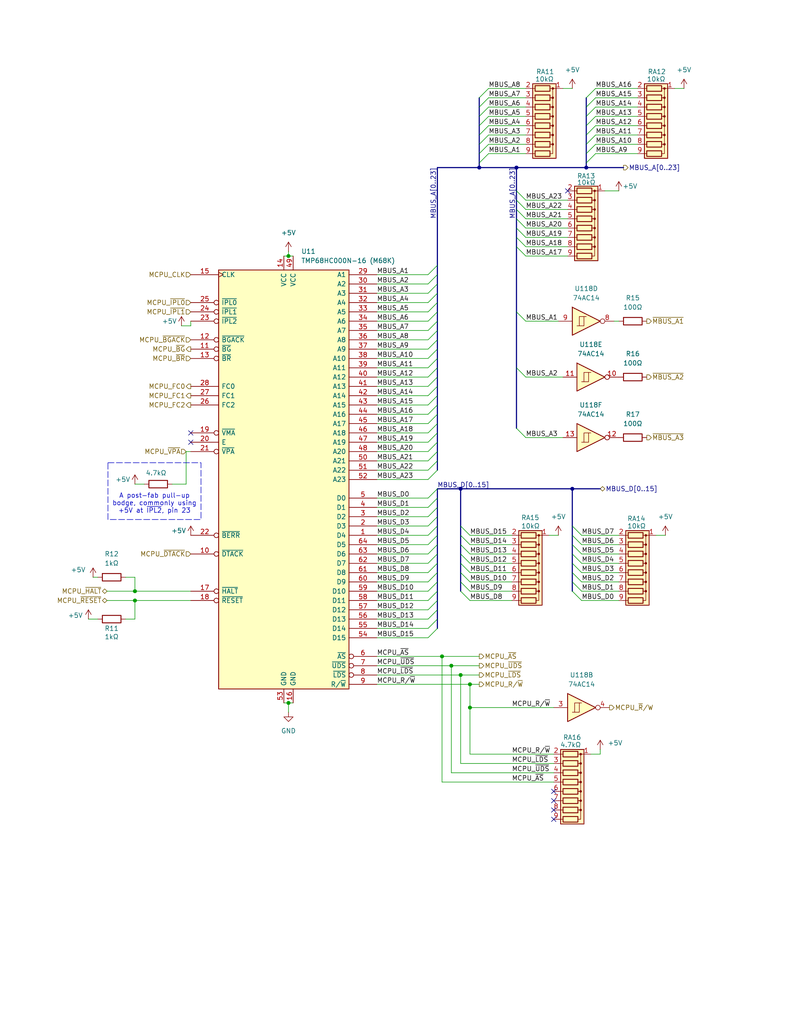
<source format=kicad_sch>
(kicad_sch (version 20231120) (generator "eeschema") (generator_version "8.0")
  (paper "A" portrait)
  (title_block (title "RA9704, Main CPU") (date "2024-12-29") (rev "002") (company "Coin-Op Collection") (comment 1 "Author: Brandon Arnold") (comment 2 "License: CC BY-NC-SA 4.0"))
  (lib_symbols
    (symbol "power:+5V" (power) (pin_numbers hide) (pin_names (offset 0) hide)
      (property "Value" "+5V" (at 0 3.556 0))
      (symbol "+5V_0_1"
        (polyline (pts (xy -0.762 1.27) (xy 0 2.54)))
        (polyline (pts (xy 0 0) (xy 0 2.54)))
        (polyline (pts (xy 0 2.54) (xy 0.762 1.27)))
      )
      (symbol "+5V_1_1"
        (pin power_in line (at 0 0 90) (length 0) (name "~") (number "1"))
      )
    )
    (symbol "power:GND" (power) (pin_numbers hide) (pin_names (offset 0) hide)
      (property "Value" "GND" (at 0 -3.81 0))
      (symbol "GND_0_1"
        (polyline (pts (xy 0 0) (xy 0 -1.27) (xy 1.27 -1.27) (xy 0 -2.54) (xy -1.27 -1.27) (xy 0 -1.27)))
      )
      (symbol "GND_1_1"
        (pin power_in line (at 0 0 270) (length 0) (name "~") (number "1"))
      )
    )
    (symbol "ra9704:74AC14" (pin_names (offset 1.016))
      (property "Reference" "U" (at 0 1.27 0))
      (property "Value" "74AC14" (at 0 -1.27 0))
      (symbol "74AC14_1_0"
        (polyline (pts (xy -3.81 3.81) (xy -3.81 -3.81) (xy 3.81 0) (xy -3.81 3.81)) (stroke (width 0.254)) (fill (type background)))
        (pin input line (at -7.62 0 0) (length 3.81) (name "~") (number "1"))
        (pin output inverted (at 7.62 0 180) (length 3.81) (name "~") (number "2"))
      )
      (symbol "74AC14_1_1"
        (polyline (pts (xy -1.905 -1.27) (xy -1.905 1.27) (xy -0.635 1.27)))
        (polyline (pts (xy -2.54 -1.27) (xy -0.635 -1.27) (xy -0.635 1.27) (xy 0 1.27)))
      )
      (symbol "74AC14_2_0"
        (polyline (pts (xy -3.81 3.81) (xy -3.81 -3.81) (xy 3.81 0) (xy -3.81 3.81)) (stroke (width 0.254)) (fill (type background)))
        (pin input line (at -7.62 0 0) (length 3.81) (name "~") (number "3"))
        (pin output inverted (at 7.62 0 180) (length 3.81) (name "~") (number "4"))
      )
      (symbol "74AC14_2_1"
        (polyline (pts (xy -1.905 -1.27) (xy -1.905 1.27) (xy -0.635 1.27)))
        (polyline (pts (xy -2.54 -1.27) (xy -0.635 -1.27) (xy -0.635 1.27) (xy 0 1.27)))
      )
      (symbol "74AC14_3_0"
        (polyline (pts (xy -3.81 3.81) (xy -3.81 -3.81) (xy 3.81 0) (xy -3.81 3.81)) (stroke (width 0.254)) (fill (type background)))
        (pin input line (at -7.62 0 0) (length 3.81) (name "~") (number "5"))
        (pin output inverted (at 7.62 0 180) (length 3.81) (name "~") (number "6"))
      )
      (symbol "74AC14_3_1"
        (polyline (pts (xy -1.905 -1.27) (xy -1.905 1.27) (xy -0.635 1.27)))
        (polyline (pts (xy -2.54 -1.27) (xy -0.635 -1.27) (xy -0.635 1.27) (xy 0 1.27)))
      )
      (symbol "74AC14_4_0"
        (polyline (pts (xy -3.81 3.81) (xy -3.81 -3.81) (xy 3.81 0) (xy -3.81 3.81)) (stroke (width 0.254)) (fill (type background)))
        (pin output inverted (at 7.62 0 180) (length 3.81) (name "~") (number "8"))
        (pin input line (at -7.62 0 0) (length 3.81) (name "~") (number "9"))
      )
      (symbol "74AC14_4_1"
        (polyline (pts (xy -1.905 -1.27) (xy -1.905 1.27) (xy -0.635 1.27)))
        (polyline (pts (xy -2.54 -1.27) (xy -0.635 -1.27) (xy -0.635 1.27) (xy 0 1.27)))
      )
      (symbol "74AC14_5_0"
        (polyline (pts (xy -3.81 3.81) (xy -3.81 -3.81) (xy 3.81 0) (xy -3.81 3.81)) (stroke (width 0.254)) (fill (type background)))
        (pin output inverted (at 7.62 0 180) (length 3.81) (name "~") (number "10"))
        (pin input line (at -7.62 0 0) (length 3.81) (name "~") (number "11"))
      )
      (symbol "74AC14_5_1"
        (polyline (pts (xy -1.905 -1.27) (xy -1.905 1.27) (xy -0.635 1.27)))
        (polyline (pts (xy -2.54 -1.27) (xy -0.635 -1.27) (xy -0.635 1.27) (xy 0 1.27)))
      )
      (symbol "74AC14_6_0"
        (polyline (pts (xy -3.81 3.81) (xy -3.81 -3.81) (xy 3.81 0) (xy -3.81 3.81)) (stroke (width 0.254)) (fill (type background)))
        (pin output inverted (at 7.62 0 180) (length 3.81) (name "~") (number "12"))
        (pin input line (at -7.62 0 0) (length 3.81) (name "~") (number "13"))
      )
      (symbol "74AC14_6_1"
        (polyline (pts (xy -1.905 -1.27) (xy -1.905 1.27) (xy -0.635 1.27)))
        (polyline (pts (xy -2.54 -1.27) (xy -0.635 -1.27) (xy -0.635 1.27) (xy 0 1.27)))
      )
      (symbol "74AC14_7_0"
        (pin power_in line (at 0 12.7 270) (length 5.08) (name "VCC") (number "14"))
        (pin power_in line (at 0 -12.7 90) (length 5.08) (name "GND") (number "7"))
      )
      (symbol "74AC14_7_1"
        (rectangle (start -5.08 7.62) (end 5.08 -7.62) (stroke (width 0.254)) (fill (type background)))
      )
    )
    (symbol "ra9704:R" (pin_numbers hide) (pin_names (offset 0))
      (property "Reference" "R" (at 2.032 0 90))
      (property "Value" "R" (at 0 0 90))
      (symbol "R_0_1"
        (rectangle (start -1.016 -2.54) (end 1.016 2.54) (stroke (width 0.254)))
      )
      (symbol "R_1_1"
        (pin passive line (at 0 3.81 270) (length 1.27) (name "~") (number "1"))
        (pin passive line (at 0 -3.81 90) (length 1.27) (name "~") (number "2"))
      )
    )
    (symbol "ra9704:R_Network08_1-Row" (pin_names (offset 0) hide)
      (property "Reference" "RB" (at -12.7 0 90))
      (property "Value" "10k" (at 10.16 0 90))
      (symbol "R_Network08_1-Row_0_1"
        (rectangle (start -11.43 -3.175) (end 8.89 3.175) (stroke (width 0.254)) (fill (type background)))
        (rectangle (start -10.922 1.524) (end -9.398 -2.54) (stroke (width 0.254)))
        (circle (center -10.16 2.286) (radius 0.254) (fill (type outline)))
        (rectangle (start -8.382 1.524) (end -6.858 -2.54) (stroke (width 0.254)))
        (circle (center -7.62 2.286) (radius 0.254) (fill (type outline)))
        (rectangle (start -5.842 1.524) (end -4.318 -2.54) (stroke (width 0.254)))
        (circle (center -5.08 2.286) (radius 0.254) (fill (type outline)))
        (rectangle (start -3.302 1.524) (end -1.778 -2.54) (stroke (width 0.254)))
        (circle (center -2.54 2.286) (radius 0.254) (fill (type outline)))
        (rectangle (start -0.762 1.524) (end 0.762 -2.54) (stroke (width 0.254)))
        (polyline (pts (xy -10.16 -2.54) (xy -10.16 -3.81)))
        (polyline (pts (xy -7.62 -2.54) (xy -7.62 -3.81)))
        (polyline (pts (xy -5.08 -2.54) (xy -5.08 -3.81)))
        (polyline (pts (xy -2.54 -2.54) (xy -2.54 -3.81)))
        (polyline (pts (xy 0 -2.54) (xy 0 -3.81)))
        (polyline (pts (xy 2.54 -2.54) (xy 2.54 -3.81)))
        (polyline (pts (xy 5.08 -2.54) (xy 5.08 -3.81)))
        (polyline (pts (xy 7.62 -2.54) (xy 7.62 -3.81)))
        (polyline (pts (xy -10.16 1.524) (xy -10.16 2.286) (xy -7.62 2.286) (xy -7.62 1.524)))
        (polyline (pts (xy -7.62 1.524) (xy -7.62 2.286) (xy -5.08 2.286) (xy -5.08 1.524)))
        (polyline (pts (xy -5.08 1.524) (xy -5.08 2.286) (xy -2.54 2.286) (xy -2.54 1.524)))
        (polyline (pts (xy -2.54 1.524) (xy -2.54 2.286) (xy 0 2.286) (xy 0 1.524)))
        (polyline (pts (xy 0 1.524) (xy 0 2.286) (xy 2.54 2.286) (xy 2.54 1.524)))
        (polyline (pts (xy 2.54 1.524) (xy 2.54 2.286) (xy 5.08 2.286) (xy 5.08 1.524)))
        (polyline (pts (xy 5.08 1.524) (xy 5.08 2.286) (xy 7.62 2.286) (xy 7.62 1.524)))
        (circle (center 0 2.286) (radius 0.254) (fill (type outline)))
        (rectangle (start 1.778 1.524) (end 3.302 -2.54) (stroke (width 0.254)))
        (circle (center 2.54 2.286) (radius 0.254) (fill (type outline)))
        (rectangle (start 4.318 1.524) (end 5.842 -2.54) (stroke (width 0.254)))
        (circle (center 5.08 2.286) (radius 0.254) (fill (type outline)))
        (rectangle (start 6.858 1.524) (end 8.382 -2.54) (stroke (width 0.254)))
      )
      (symbol "R_Network08_1-Row_1_1"
        (pin passive line (at -10.16 5.08 270) (length 2.54) (name "common") (number "1"))
        (pin passive line (at -10.16 -5.08 90) (length 1.27) (name "R1") (number "2"))
        (pin passive line (at -7.62 -5.08 90) (length 1.27) (name "R2") (number "3"))
        (pin passive line (at -5.08 -5.08 90) (length 1.27) (name "R3") (number "4"))
        (pin passive line (at -2.54 -5.08 90) (length 1.27) (name "R4") (number "5"))
        (pin passive line (at 0 -5.08 90) (length 1.27) (name "R5") (number "6"))
        (pin passive line (at 2.54 -5.08 90) (length 1.27) (name "R6") (number "7"))
        (pin passive line (at 5.08 -5.08 90) (length 1.27) (name "R7") (number "8"))
        (pin passive line (at 7.62 -5.08 90) (length 1.27) (name "R8") (number "9"))
      )
    )
    (symbol "ra9704:R_NoFootprint" (pin_numbers hide) (pin_names (offset 0))
      (property "Reference" "R" (at 2.032 0 90))
      (property "Value" "R" (at 0 0 90))
      (symbol "R_NoFootprint_0_1"
        (rectangle (start -1.016 -2.54) (end 1.016 2.54) (stroke (width 0.254)))
      )
      (symbol "R_NoFootprint_1_1"
        (pin passive line (at 0 3.81 270) (length 1.27) (name "~") (number "1"))
        (pin passive line (at 0 -3.81 90) (length 1.27) (name "~") (number "2"))
      )
    )
    (symbol "ra9704:TMP68HC000N-16" (pin_names (offset 0.762))
      (property "Reference" "U" (at 0 2.54 0))
      (property "Value" "TMP68HC000N-16" (at 0 -3.81 0))
      (symbol "TMP68HC000N-16_0_1"
        (rectangle (start -17.78 57.15) (end 17.78 -57.15) (stroke (width 0.254)) (fill (type background)))
      )
      (symbol "TMP68HC000N-16_1_1"
        (pin bidirectional line (at 25.4 -15.24 180) (length 7.62) (name "D4") (number "1"))
        (pin input inverted (at -25.4 -20.32 0) (length 7.62) (name "~{DTACK}") (number "10"))
        (pin output inverted (at -25.4 35.56 0) (length 7.62) (name "~{BG}") (number "11"))
        (pin input inverted (at -25.4 38.1 0) (length 7.62) (name "~{BGACK}") (number "12"))
        (pin input inverted (at -25.4 33.02 0) (length 7.62) (name "~{BR}") (number "13"))
        (pin power_in line (at 0 60.96 270) (length 3.81) (name "VCC") (number "14"))
        (pin input clock (at -25.4 55.88 0) (length 7.62) (name "CLK") (number "15"))
        (pin power_in line (at 2.54 -60.96 90) (length 3.81) (name "GND") (number "16"))
        (pin bidirectional inverted (at -25.4 -30.48 0) (length 7.62) (name "~{HALT}") (number "17"))
        (pin bidirectional inverted (at -25.4 -33.02 0) (length 7.62) (name "~{RESET}") (number "18"))
        (pin output inverted (at -25.4 12.7 0) (length 7.62) (name "~{VMA}") (number "19"))
        (pin bidirectional line (at 25.4 -12.7 180) (length 7.62) (name "D3") (number "2"))
        (pin output line (at -25.4 10.16 0) (length 7.62) (name "E") (number "20"))
        (pin input inverted (at -25.4 7.62 0) (length 7.62) (name "~{VPA}") (number "21"))
        (pin input inverted (at -25.4 -15.24 0) (length 7.62) (name "~{BERR}") (number "22"))
        (pin input inverted (at -25.4 43.18 0) (length 7.62) (name "~{IPL2}") (number "23"))
        (pin input inverted (at -25.4 45.72 0) (length 7.62) (name "~{IPL1}") (number "24"))
        (pin input inverted (at -25.4 48.26 0) (length 7.62) (name "~{IPL0}") (number "25"))
        (pin output line (at -25.4 20.32 0) (length 7.62) (name "FC2") (number "26"))
        (pin output line (at -25.4 22.86 0) (length 7.62) (name "FC1") (number "27"))
        (pin output line (at -25.4 25.4 0) (length 7.62) (name "FC0") (number "28"))
        (pin output line (at 25.4 55.88 180) (length 7.62) (name "A1") (number "29"))
        (pin bidirectional line (at 25.4 -10.16 180) (length 7.62) (name "D2") (number "3"))
        (pin output line (at 25.4 53.34 180) (length 7.62) (name "A2") (number "30"))
        (pin output line (at 25.4 50.8 180) (length 7.62) (name "A3") (number "31"))
        (pin output line (at 25.4 48.26 180) (length 7.62) (name "A4") (number "32"))
        (pin output line (at 25.4 45.72 180) (length 7.62) (name "A5") (number "33"))
        (pin output line (at 25.4 43.18 180) (length 7.62) (name "A6") (number "34"))
        (pin output line (at 25.4 40.64 180) (length 7.62) (name "A7") (number "35"))
        (pin output line (at 25.4 38.1 180) (length 7.62) (name "A8") (number "36"))
        (pin output line (at 25.4 35.56 180) (length 7.62) (name "A9") (number "37"))
        (pin output line (at 25.4 33.02 180) (length 7.62) (name "A10") (number "38"))
        (pin output line (at 25.4 30.48 180) (length 7.62) (name "A11") (number "39"))
        (pin bidirectional line (at 25.4 -7.62 180) (length 7.62) (name "D1") (number "4"))
        (pin output line (at 25.4 27.94 180) (length 7.62) (name "A12") (number "40"))
        (pin output line (at 25.4 25.4 180) (length 7.62) (name "A13") (number "41"))
        (pin output line (at 25.4 22.86 180) (length 7.62) (name "A14") (number "42"))
        (pin output line (at 25.4 20.32 180) (length 7.62) (name "A15") (number "43"))
        (pin output line (at 25.4 17.78 180) (length 7.62) (name "A16") (number "44"))
        (pin output line (at 25.4 15.24 180) (length 7.62) (name "A17") (number "45"))
        (pin output line (at 25.4 12.7 180) (length 7.62) (name "A18") (number "46"))
        (pin output line (at 25.4 10.16 180) (length 7.62) (name "A19") (number "47"))
        (pin output line (at 25.4 7.62 180) (length 7.62) (name "A20") (number "48"))
        (pin power_in line (at 2.54 60.96 270) (length 3.81) (name "VCC") (number "49"))
        (pin bidirectional line (at 25.4 -5.08 180) (length 7.62) (name "D0") (number "5"))
        (pin output line (at 25.4 5.08 180) (length 7.62) (name "A21") (number "50"))
        (pin output line (at 25.4 2.54 180) (length 7.62) (name "A22") (number "51"))
        (pin output line (at 25.4 0 180) (length 7.62) (name "A23") (number "52"))
        (pin power_in line (at 0 -60.96 90) (length 3.81) (name "GND") (number "53"))
        (pin bidirectional line (at 25.4 -43.18 180) (length 7.62) (name "D15") (number "54"))
        (pin bidirectional line (at 25.4 -40.64 180) (length 7.62) (name "D14") (number "55"))
        (pin bidirectional line (at 25.4 -38.1 180) (length 7.62) (name "D13") (number "56"))
        (pin bidirectional line (at 25.4 -35.56 180) (length 7.62) (name "D12") (number "57"))
        (pin bidirectional line (at 25.4 -33.02 180) (length 7.62) (name "D11") (number "58"))
        (pin bidirectional line (at 25.4 -30.48 180) (length 7.62) (name "D10") (number "59"))
        (pin output inverted (at 25.4 -48.26 180) (length 7.62) (name "~{AS}") (number "6"))
        (pin bidirectional line (at 25.4 -27.94 180) (length 7.62) (name "D9") (number "60"))
        (pin bidirectional line (at 25.4 -25.4 180) (length 7.62) (name "D8") (number "61"))
        (pin bidirectional line (at 25.4 -22.86 180) (length 7.62) (name "D7") (number "62"))
        (pin bidirectional line (at 25.4 -20.32 180) (length 7.62) (name "D6") (number "63"))
        (pin bidirectional line (at 25.4 -17.78 180) (length 7.62) (name "D5") (number "64"))
        (pin output inverted (at 25.4 -50.8 180) (length 7.62) (name "~{UDS}") (number "7"))
        (pin output inverted (at 25.4 -53.34 180) (length 7.62) (name "~{LDS}") (number "8"))
        (pin output line (at 25.4 -55.88 180) (length 7.62) (name "R/~{W}") (number "9"))
      )
    )
  )
  (junction (at 140.97 45.72))
  (junction (at 128.27 193.04))
  (junction (at 78.74 69.85))
  (junction (at 78.74 191.77))
  (junction (at 125.73 184.15))
  (junction (at 120.65 179.07))
  (junction (at 125.73 133.35))
  (junction (at 123.19 181.61))
  (junction (at 36.83 161.29))
  (junction (at 36.83 163.83))
  (junction (at 128.27 186.69))
  (junction (at 130.81 45.72))
  (junction (at 156.21 133.35))
  (junction (at 160.02 45.72))
  (no_connect (at 52.07 118.11))
  (no_connect (at 52.07 120.65))
  (no_connect (at 151.13 218.44))
  (no_connect (at 154.94 52.07))
  (no_connect (at 151.13 215.9))
  (no_connect (at 151.13 223.52))
  (no_connect (at 151.13 220.98))
  (bus_entry (at 160.02 41.91) (size 2.54 -2.54))
  (bus_entry (at 130.81 41.91) (size 2.54 -2.54))
  (bus_entry (at 130.81 39.37) (size 2.54 -2.54))
  (bus_entry (at 119.38 135.89) (size -2.54 2.54))
  (bus_entry (at 116.84 74.93) (size 2.54 -2.54))
  (bus_entry (at 158.75 153.67) (size -2.54 -2.54))
  (bus_entry (at 116.84 87.63) (size 2.54 -2.54))
  (bus_entry (at 119.38 163.83) (size -2.54 2.54))
  (bus_entry (at 116.84 120.65) (size 2.54 -2.54))
  (bus_entry (at 116.84 123.19) (size 2.54 -2.54))
  (bus_entry (at 119.38 153.67) (size -2.54 2.54))
  (bus_entry (at 116.84 118.11) (size 2.54 -2.54))
  (bus_entry (at 158.75 151.13) (size -2.54 -2.54))
  (bus_entry (at 158.75 148.59) (size -2.54 -2.54))
  (bus_entry (at 140.97 59.69) (size 2.54 2.54))
  (bus_entry (at 119.38 140.97) (size -2.54 2.54))
  (bus_entry (at 130.81 31.75) (size 2.54 -2.54))
  (bus_entry (at 160.02 26.67) (size 2.54 -2.54))
  (bus_entry (at 116.84 95.25) (size 2.54 -2.54))
  (bus_entry (at 160.02 31.75) (size 2.54 -2.54))
  (bus_entry (at 116.84 107.95) (size 2.54 -2.54))
  (bus_entry (at 158.75 161.29) (size -2.54 -2.54))
  (bus_entry (at 119.38 133.35) (size -2.54 2.54))
  (bus_entry (at 119.38 148.59) (size -2.54 2.54))
  (bus_entry (at 119.38 151.13) (size -2.54 2.54))
  (bus_entry (at 119.38 156.21) (size -2.54 2.54))
  (bus_entry (at 116.84 77.47) (size 2.54 -2.54))
  (bus_entry (at 160.02 34.29) (size 2.54 -2.54))
  (bus_entry (at 116.84 82.55) (size 2.54 -2.54))
  (bus_entry (at 140.97 52.07) (size 2.54 2.54))
  (bus_entry (at 140.97 64.77) (size 2.54 2.54))
  (bus_entry (at 116.84 100.33) (size 2.54 -2.54))
  (bus_entry (at 140.97 67.31) (size 2.54 2.54))
  (bus_entry (at 119.38 146.05) (size -2.54 2.54))
  (bus_entry (at 130.81 26.67) (size 2.54 -2.54))
  (bus_entry (at 160.02 39.37) (size 2.54 -2.54))
  (bus_entry (at 128.27 148.59) (size -2.54 -2.54))
  (bus_entry (at 119.38 168.91) (size -2.54 2.54))
  (bus_entry (at 119.38 158.75) (size -2.54 2.54))
  (bus_entry (at 116.84 105.41) (size 2.54 -2.54))
  (bus_entry (at 116.84 115.57) (size 2.54 -2.54))
  (bus_entry (at 128.27 153.67) (size -2.54 -2.54))
  (bus_entry (at 119.38 138.43) (size -2.54 2.54))
  (bus_entry (at 128.27 163.83) (size -2.54 -2.54))
  (bus_entry (at 119.38 166.37) (size -2.54 2.54))
  (bus_entry (at 116.84 80.01) (size 2.54 -2.54))
  (bus_entry (at 130.81 36.83) (size 2.54 -2.54))
  (bus_entry (at 160.02 29.21) (size 2.54 -2.54))
  (bus_entry (at 130.81 34.29) (size 2.54 -2.54))
  (bus_entry (at 116.84 110.49) (size 2.54 -2.54))
  (bus_entry (at 130.81 44.45) (size 2.54 -2.54))
  (bus_entry (at 160.02 44.45) (size 2.54 -2.54))
  (bus_entry (at 119.38 143.51) (size -2.54 2.54))
  (bus_entry (at 140.97 116.84) (size 2.54 2.54))
  (bus_entry (at 158.75 146.05) (size -2.54 -2.54))
  (bus_entry (at 116.84 97.79) (size 2.54 -2.54))
  (bus_entry (at 160.02 36.83) (size 2.54 -2.54))
  (bus_entry (at 116.84 92.71) (size 2.54 -2.54))
  (bus_entry (at 116.84 130.81) (size 2.54 -2.54))
  (bus_entry (at 119.38 161.29) (size -2.54 2.54))
  (bus_entry (at 119.38 171.45) (size -2.54 2.54))
  (bus_entry (at 140.97 85.09) (size 2.54 2.54))
  (bus_entry (at 128.27 146.05) (size -2.54 -2.54))
  (bus_entry (at 128.27 158.75) (size -2.54 -2.54))
  (bus_entry (at 116.84 90.17) (size 2.54 -2.54))
  (bus_entry (at 116.84 128.27) (size 2.54 -2.54))
  (bus_entry (at 128.27 161.29) (size -2.54 -2.54))
  (bus_entry (at 116.84 85.09) (size 2.54 -2.54))
  (bus_entry (at 140.97 62.23) (size 2.54 2.54))
  (bus_entry (at 116.84 113.03) (size 2.54 -2.54))
  (bus_entry (at 128.27 156.21) (size -2.54 -2.54))
  (bus_entry (at 158.75 163.83) (size -2.54 -2.54))
  (bus_entry (at 128.27 151.13) (size -2.54 -2.54))
  (bus_entry (at 158.75 156.21) (size -2.54 -2.54))
  (bus_entry (at 140.97 57.15) (size 2.54 2.54))
  (bus_entry (at 116.84 102.87) (size 2.54 -2.54))
  (bus_entry (at 140.97 100.33) (size 2.54 2.54))
  (bus_entry (at 140.97 54.61) (size 2.54 2.54))
  (bus_entry (at 130.81 29.21) (size 2.54 -2.54))
  (bus_entry (at 158.75 158.75) (size -2.54 -2.54))
  (bus_entry (at 116.84 125.73) (size 2.54 -2.54))
  (wire (pts (xy 143.51 59.69) (xy 154.94 59.69)))
  (bus (pts (xy 119.38 156.21) (xy 119.38 153.67)))
  (wire (pts (xy 158.75 151.13) (xy 168.91 151.13)))
  (bus (pts (xy 160.02 44.45) (xy 160.02 45.72)))
  (bus (pts (xy 119.38 125.73) (xy 119.38 123.19)))
  (wire (pts (xy 161.29 205.74) (xy 163.83 205.74)))
  (bus (pts (xy 119.38 87.63) (xy 119.38 85.09)))
  (bus (pts (xy 119.38 146.05) (xy 119.38 143.51)))
  (wire (pts (xy 50.8 123.19) (xy 52.07 123.19)))
  (wire (pts (xy 78.74 191.77) (xy 77.47 191.77)))
  (wire (pts (xy 168.91 87.63) (xy 167.64 87.63)))
  (wire (pts (xy 102.87 123.19) (xy 116.84 123.19)))
  (bus (pts (xy 125.73 153.67) (xy 125.73 151.13)))
  (wire (pts (xy 128.27 205.74) (xy 128.27 193.04)))
  (bus (pts (xy 125.73 146.05) (xy 125.73 143.51)))
  (wire (pts (xy 102.87 135.89) (xy 116.84 135.89)))
  (wire (pts (xy 143.51 102.87) (xy 153.67 102.87)))
  (wire (pts (xy 102.87 148.59) (xy 116.84 148.59)))
  (wire (pts (xy 102.87 87.63) (xy 116.84 87.63)))
  (wire (pts (xy 123.19 210.82) (xy 151.13 210.82)))
  (wire (pts (xy 125.73 184.15) (xy 130.81 184.15)))
  (wire (pts (xy 133.35 31.75) (xy 143.51 31.75)))
  (wire (pts (xy 102.87 82.55) (xy 116.84 82.55)))
  (wire (pts (xy 36.83 163.83) (xy 52.07 163.83)))
  (wire (pts (xy 125.73 184.15) (xy 125.73 208.28)))
  (bus (pts (xy 125.73 156.21) (xy 125.73 153.67)))
  (wire (pts (xy 102.87 92.71) (xy 116.84 92.71)))
  (wire (pts (xy 162.56 39.37) (xy 173.99 39.37)))
  (wire (pts (xy 102.87 125.73) (xy 116.84 125.73)))
  (wire (pts (xy 158.75 156.21) (xy 168.91 156.21)))
  (wire (pts (xy 123.19 181.61) (xy 123.19 210.82)))
  (wire (pts (xy 102.87 105.41) (xy 116.84 105.41)))
  (wire (pts (xy 46.99 132.08) (xy 50.8 132.08)))
  (bus (pts (xy 119.38 80.01) (xy 119.38 77.47)))
  (wire (pts (xy 162.56 34.29) (xy 173.99 34.29)))
  (wire (pts (xy 36.83 157.48) (xy 36.83 161.29)))
  (wire (pts (xy 102.87 102.87) (xy 116.84 102.87)))
  (wire (pts (xy 102.87 115.57) (xy 116.84 115.57)))
  (bus (pts (xy 119.38 107.95) (xy 119.38 105.41)))
  (bus (pts (xy 119.38 163.83) (xy 119.38 161.29)))
  (wire (pts (xy 143.51 119.38) (xy 153.67 119.38)))
  (bus (pts (xy 119.38 133.35) (xy 125.73 133.35)))
  (wire (pts (xy 158.75 146.05) (xy 168.91 146.05)))
  (wire (pts (xy 102.87 151.13) (xy 116.84 151.13)))
  (bus (pts (xy 119.38 140.97) (xy 119.38 138.43)))
  (bus (pts (xy 160.02 34.29) (xy 160.02 36.83)))
  (wire (pts (xy 102.87 163.83) (xy 116.84 163.83)))
  (wire (pts (xy 128.27 161.29) (xy 139.7 161.29)))
  (bus (pts (xy 140.97 45.72) (xy 160.02 45.72)))
  (bus (pts (xy 130.81 39.37) (xy 130.81 41.91)))
  (wire (pts (xy 102.87 90.17) (xy 116.84 90.17)))
  (wire (pts (xy 102.87 120.65) (xy 116.84 120.65)))
  (wire (pts (xy 120.65 179.07) (xy 130.81 179.07)))
  (wire (pts (xy 102.87 143.51) (xy 116.84 143.51)))
  (wire (pts (xy 163.83 205.74) (xy 163.83 204.47)))
  (wire (pts (xy 29.21 163.83) (xy 36.83 163.83)))
  (wire (pts (xy 133.35 24.13) (xy 143.51 24.13)))
  (wire (pts (xy 162.56 31.75) (xy 173.99 31.75)))
  (bus (pts (xy 119.38 82.55) (xy 119.38 80.01)))
  (bus (pts (xy 156.21 133.35) (xy 156.21 143.51)))
  (wire (pts (xy 102.87 184.15) (xy 125.73 184.15)))
  (bus (pts (xy 119.38 45.72) (xy 130.81 45.72)))
  (bus (pts (xy 140.97 100.33) (xy 140.97 116.84)))
  (wire (pts (xy 102.87 97.79) (xy 116.84 97.79)))
  (bus (pts (xy 140.97 62.23) (xy 140.97 64.77)))
  (wire (pts (xy 102.87 166.37) (xy 116.84 166.37)))
  (bus (pts (xy 160.02 41.91) (xy 160.02 44.45)))
  (wire (pts (xy 133.35 29.21) (xy 143.51 29.21)))
  (bus (pts (xy 119.38 168.91) (xy 119.38 166.37)))
  (wire (pts (xy 78.74 69.85) (xy 80.01 69.85)))
  (bus (pts (xy 119.38 151.13) (xy 119.38 148.59)))
  (wire (pts (xy 102.87 138.43) (xy 116.84 138.43)))
  (bus (pts (xy 130.81 44.45) (xy 130.81 45.72)))
  (bus (pts (xy 130.81 34.29) (xy 130.81 36.83)))
  (wire (pts (xy 102.87 173.99) (xy 116.84 173.99)))
  (wire (pts (xy 102.87 146.05) (xy 116.84 146.05)))
  (bus (pts (xy 156.21 133.35) (xy 163.83 133.35)))
  (wire (pts (xy 80.01 191.77) (xy 78.74 191.77)))
  (bus (pts (xy 119.38 100.33) (xy 119.38 97.79)))
  (bus (pts (xy 125.73 133.35) (xy 125.73 143.51)))
  (wire (pts (xy 102.87 128.27) (xy 116.84 128.27)))
  (bus (pts (xy 125.73 151.13) (xy 125.73 148.59)))
  (wire (pts (xy 158.75 148.59) (xy 168.91 148.59)))
  (bus (pts (xy 140.97 54.61) (xy 140.97 57.15)))
  (bus (pts (xy 119.38 85.09) (xy 119.38 82.55)))
  (bus (pts (xy 160.02 26.67) (xy 160.02 29.21)))
  (wire (pts (xy 102.87 100.33) (xy 116.84 100.33)))
  (wire (pts (xy 102.87 130.81) (xy 116.84 130.81)))
  (wire (pts (xy 162.56 29.21) (xy 173.99 29.21)))
  (bus (pts (xy 125.73 161.29) (xy 125.73 158.75)))
  (wire (pts (xy 133.35 39.37) (xy 143.51 39.37)))
  (wire (pts (xy 123.19 181.61) (xy 130.81 181.61)))
  (wire (pts (xy 143.51 57.15) (xy 154.94 57.15)))
  (wire (pts (xy 25.4 157.48) (xy 26.67 157.48)))
  (wire (pts (xy 78.74 69.85) (xy 77.47 69.85)))
  (bus (pts (xy 119.38 77.47) (xy 119.38 74.93)))
  (bus (pts (xy 119.38 110.49) (xy 119.38 107.95)))
  (bus (pts (xy 119.38 128.27) (xy 119.38 125.73)))
  (bus (pts (xy 119.38 171.45) (xy 119.38 168.91)))
  (wire (pts (xy 162.56 26.67) (xy 173.99 26.67)))
  (wire (pts (xy 158.75 153.67) (xy 168.91 153.67)))
  (bus (pts (xy 156.21 156.21) (xy 156.21 153.67)))
  (wire (pts (xy 143.51 69.85) (xy 154.94 69.85)))
  (wire (pts (xy 162.56 41.91) (xy 173.99 41.91)))
  (bus (pts (xy 140.97 45.72) (xy 140.97 52.07)))
  (wire (pts (xy 120.65 213.36) (xy 151.13 213.36)))
  (wire (pts (xy 162.56 24.13) (xy 173.99 24.13)))
  (bus (pts (xy 156.21 153.67) (xy 156.21 151.13)))
  (bus (pts (xy 156.21 161.29) (xy 156.21 158.75)))
  (wire (pts (xy 102.87 77.47) (xy 116.84 77.47)))
  (wire (pts (xy 24.13 168.91) (xy 26.67 168.91)))
  (wire (pts (xy 133.35 34.29) (xy 143.51 34.29)))
  (bus (pts (xy 130.81 41.91) (xy 130.81 44.45)))
  (wire (pts (xy 128.27 153.67) (xy 139.7 153.67)))
  (wire (pts (xy 152.4 146.05) (xy 149.86 146.05)))
  (wire (pts (xy 29.21 161.29) (xy 36.83 161.29)))
  (bus (pts (xy 119.38 74.93) (xy 119.38 72.39)))
  (wire (pts (xy 128.27 148.59) (xy 139.7 148.59)))
  (bus (pts (xy 119.38 102.87) (xy 119.38 100.33)))
  (wire (pts (xy 128.27 193.04) (xy 128.27 186.69)))
  (wire (pts (xy 120.65 179.07) (xy 120.65 213.36)))
  (wire (pts (xy 158.75 158.75) (xy 168.91 158.75)))
  (wire (pts (xy 102.87 80.01) (xy 116.84 80.01)))
  (wire (pts (xy 102.87 110.49) (xy 116.84 110.49)))
  (bus (pts (xy 119.38 118.11) (xy 119.38 115.57)))
  (wire (pts (xy 102.87 140.97) (xy 116.84 140.97)))
  (bus (pts (xy 119.38 158.75) (xy 119.38 156.21)))
  (wire (pts (xy 102.87 107.95) (xy 116.84 107.95)))
  (bus (pts (xy 119.38 123.19) (xy 119.38 120.65)))
  (bus (pts (xy 125.73 133.35) (xy 156.21 133.35)))
  (wire (pts (xy 133.35 26.67) (xy 143.51 26.67)))
  (bus (pts (xy 156.21 158.75) (xy 156.21 156.21)))
  (bus (pts (xy 119.38 97.79) (xy 119.38 95.25)))
  (bus (pts (xy 156.21 148.59) (xy 156.21 146.05)))
  (bus (pts (xy 130.81 31.75) (xy 130.81 34.29)))
  (wire (pts (xy 128.27 193.04) (xy 151.13 193.04)))
  (wire (pts (xy 36.83 168.91) (xy 34.29 168.91)))
  (wire (pts (xy 128.27 158.75) (xy 139.7 158.75)))
  (wire (pts (xy 186.69 24.13) (xy 184.15 24.13)))
  (bus (pts (xy 130.81 36.83) (xy 130.81 39.37)))
  (wire (pts (xy 34.29 157.48) (xy 36.83 157.48)))
  (wire (pts (xy 102.87 161.29) (xy 116.84 161.29)))
  (wire (pts (xy 102.87 179.07) (xy 120.65 179.07)))
  (bus (pts (xy 119.38 95.25) (xy 119.38 92.71)))
  (bus (pts (xy 119.38 166.37) (xy 119.38 163.83)))
  (wire (pts (xy 143.51 62.23) (xy 154.94 62.23)))
  (wire (pts (xy 143.51 87.63) (xy 152.4 87.63)))
  (wire (pts (xy 128.27 205.74) (xy 151.13 205.74)))
  (wire (pts (xy 128.27 151.13) (xy 139.7 151.13)))
  (bus (pts (xy 160.02 39.37) (xy 160.02 41.91)))
  (bus (pts (xy 119.38 161.29) (xy 119.38 158.75)))
  (wire (pts (xy 143.51 54.61) (xy 154.94 54.61)))
  (bus (pts (xy 119.38 90.17) (xy 119.38 87.63)))
  (bus (pts (xy 160.02 29.21) (xy 160.02 31.75)))
  (wire (pts (xy 52.07 88.9) (xy 52.07 87.63)))
  (bus (pts (xy 140.97 64.77) (xy 140.97 67.31)))
  (bus (pts (xy 125.73 158.75) (xy 125.73 156.21)))
  (bus (pts (xy 125.73 148.59) (xy 125.73 146.05)))
  (bus (pts (xy 140.97 85.09) (xy 140.97 100.33)))
  (bus (pts (xy 119.38 120.65) (xy 119.38 118.11)))
  (bus (pts (xy 119.38 138.43) (xy 119.38 135.89)))
  (bus (pts (xy 119.38 115.57) (xy 119.38 113.03)))
  (wire (pts (xy 128.27 146.05) (xy 139.7 146.05)))
  (wire (pts (xy 102.87 153.67) (xy 116.84 153.67)))
  (bus (pts (xy 130.81 26.67) (xy 130.81 29.21)))
  (wire (pts (xy 143.51 67.31) (xy 154.94 67.31)))
  (wire (pts (xy 133.35 36.83) (xy 143.51 36.83)))
  (wire (pts (xy 158.75 163.83) (xy 168.91 163.83)))
  (wire (pts (xy 156.21 24.13) (xy 153.67 24.13)))
  (bus (pts (xy 140.97 59.69) (xy 140.97 62.23)))
  (wire (pts (xy 49.53 88.9) (xy 52.07 88.9)))
  (wire (pts (xy 102.87 113.03) (xy 116.84 113.03)))
  (bus (pts (xy 156.21 151.13) (xy 156.21 148.59)))
  (wire (pts (xy 36.83 168.91) (xy 36.83 163.83)))
  (wire (pts (xy 102.87 158.75) (xy 116.84 158.75)))
  (bus (pts (xy 130.81 45.72) (xy 140.97 45.72)))
  (bus (pts (xy 140.97 52.07) (xy 140.97 54.61)))
  (bus (pts (xy 119.38 148.59) (xy 119.38 146.05)))
  (wire (pts (xy 102.87 168.91) (xy 116.84 168.91)))
  (wire (pts (xy 102.87 171.45) (xy 116.84 171.45)))
  (bus (pts (xy 140.97 57.15) (xy 140.97 59.69)))
  (bus (pts (xy 119.38 113.03) (xy 119.38 110.49)))
  (bus (pts (xy 130.81 29.21) (xy 130.81 31.75)))
  (bus (pts (xy 119.38 135.89) (xy 119.38 133.35)))
  (wire (pts (xy 102.87 181.61) (xy 123.19 181.61)))
  (bus (pts (xy 140.97 67.31) (xy 140.97 85.09)))
  (wire (pts (xy 125.73 208.28) (xy 151.13 208.28)))
  (wire (pts (xy 181.61 146.05) (xy 179.07 146.05)))
  (bus (pts (xy 160.02 45.72) (xy 170.18 45.72)))
  (wire (pts (xy 102.87 74.93) (xy 116.84 74.93)))
  (bus (pts (xy 119.38 72.39) (xy 119.38 45.72)))
  (wire (pts (xy 102.87 156.21) (xy 116.84 156.21)))
  (bus (pts (xy 119.38 105.41) (xy 119.38 102.87)))
  (wire (pts (xy 143.51 64.77) (xy 154.94 64.77)))
  (bus (pts (xy 160.02 36.83) (xy 160.02 39.37)))
  (wire (pts (xy 133.35 41.91) (xy 143.51 41.91)))
  (wire (pts (xy 39.37 132.08) (xy 36.83 132.08)))
  (wire (pts (xy 78.74 194.31) (xy 78.74 191.77)))
  (wire (pts (xy 102.87 186.69) (xy 128.27 186.69)))
  (wire (pts (xy 78.74 68.58) (xy 78.74 69.85)))
  (wire (pts (xy 128.27 163.83) (xy 139.7 163.83)))
  (wire (pts (xy 102.87 118.11) (xy 116.84 118.11)))
  (bus (pts (xy 119.38 143.51) (xy 119.38 140.97)))
  (wire (pts (xy 128.27 186.69) (xy 130.81 186.69)))
  (wire (pts (xy 158.75 161.29) (xy 168.91 161.29)))
  (wire (pts (xy 36.83 161.29) (xy 52.07 161.29)))
  (bus (pts (xy 119.38 153.67) (xy 119.38 151.13)))
  (wire (pts (xy 162.56 36.83) (xy 173.99 36.83)))
  (bus (pts (xy 119.38 92.71) (xy 119.38 90.17)))
  (bus (pts (xy 160.02 31.75) (xy 160.02 34.29)))
  (wire (pts (xy 102.87 95.25) (xy 116.84 95.25)))
  (wire (pts (xy 102.87 85.09) (xy 116.84 85.09)))
  (wire (pts (xy 50.8 132.08) (xy 50.8 123.19)))
  (wire (pts (xy 168.91 52.07) (xy 165.1 52.07)))
  (wire (pts (xy 128.27 156.21) (xy 139.7 156.21)))
  (bus (pts (xy 156.21 143.51) (xy 156.21 146.05)))
  (rectangle (start 29.464 126.238) (end 54.864 141.732) (stroke (width 0) (type dash)))
  (text "A post-fab pull-up\nbodge, commonly using\n+5V at ~{IPL2}, pin 23" (at 42.164 137.414 0) (effects (font (size 1.27 1.27))))
  (label "MBUS_A13" (at 102.87 105.41 0))
  (label "MCPU_~{AS}" (at 102.87 179.07 0))
  (label "MBUS_A23" (at 102.87 130.81 0))
  (label "MBUS_A20" (at 102.87 123.19 0))
  (label "MBUS_A5" (at 133.35 31.75 0))
  (label "MBUS_D9" (at 128.27 161.29 0))
  (label "MBUS_A1" (at 143.51 87.63 0))
  (label "MBUS_D9" (at 102.87 158.75 0))
  (label "MBUS_A20" (at 143.51 62.23 0))
  (label "MBUS_D10" (at 128.27 158.75 0))
  (label "MBUS_A22" (at 102.87 128.27 0))
  (label "MBUS_D14" (at 128.27 148.59 0))
  (label "MCPU_~{AS}" (at 139.7 213.36 0))
  (label "MBUS_A16" (at 162.56 24.13 0))
  (label "MBUS_A19" (at 143.51 64.77 0))
  (label "MBUS_D10" (at 102.87 161.29 0))
  (label "MBUS_D12" (at 128.27 153.67 0))
  (label "MBUS_D13" (at 102.87 168.91 0))
  (label "MBUS_A17" (at 102.87 115.57 0))
  (label "MBUS_D1" (at 158.75 161.29 0))
  (label "MBUS_A15" (at 102.87 110.49 0))
  (label "MBUS_A6" (at 102.87 87.63 0))
  (label "MCPU_R{slash}~{W}" (at 139.7 193.04 0))
  (label "MBUS_D[0..15]" (at 119.38 133.35 0))
  (label "MBUS_D3" (at 102.87 143.51 0))
  (label "MCPU_~{UDS}" (at 139.7 210.82 0))
  (label "MBUS_A12" (at 102.87 102.87 0))
  (label "MCPU_~{LDS}" (at 139.7 208.28 0))
  (label "MBUS_D11" (at 102.87 163.83 0))
  (label "MBUS_D13" (at 128.27 151.13 0))
  (label "MBUS_D5" (at 102.87 148.59 0))
  (label "MBUS_A6" (at 133.35 29.21 0))
  (label "MBUS_A21" (at 143.51 59.69 0))
  (label "MBUS_A14" (at 102.87 107.95 0))
  (label "MBUS_A8" (at 102.87 92.71 0))
  (label "MBUS_A17" (at 143.51 69.85 0))
  (label "MBUS_A7" (at 133.35 26.67 0))
  (label "MBUS_A11" (at 162.56 36.83 0))
  (label "MBUS_A1" (at 133.35 41.91 0))
  (label "MBUS_D7" (at 102.87 153.67 0))
  (label "MCPU_~{UDS}" (at 102.87 181.61 0))
  (label "MBUS_D7" (at 158.75 146.05 0))
  (label "MBUS_D1" (at 102.87 138.43 0))
  (label "MBUS_D3" (at 158.75 156.21 0))
  (label "MBUS_D2" (at 102.87 140.97 0))
  (label "MBUS_D0" (at 158.75 163.83 0))
  (label "MBUS_D12" (at 102.87 166.37 0))
  (label "MBUS_A2" (at 102.87 77.47 0))
  (label "MBUS_A11" (at 102.87 100.33 0))
  (label "MBUS_A16" (at 102.87 113.03 0))
  (label "MBUS_A14" (at 162.56 29.21 0))
  (label "MCPU_~{LDS}" (at 102.87 184.15 0))
  (label "MBUS_A2" (at 143.51 102.87 0))
  (label "MBUS_A2" (at 133.35 39.37 0))
  (label "MBUS_D5" (at 158.75 151.13 0))
  (label "MBUS_D8" (at 102.87 156.21 0))
  (label "MBUS_A8" (at 133.35 24.13 0))
  (label "MBUS_D6" (at 158.75 148.59 0))
  (label "MBUS_A[0..23]" (at 140.97 59.69 90))
  (label "MBUS_D15" (at 102.87 173.99 0))
  (label "MBUS_A22" (at 143.51 57.15 0))
  (label "MBUS_A10" (at 162.56 39.37 0))
  (label "MBUS_A4" (at 133.35 34.29 0))
  (label "MBUS_D11" (at 128.27 156.21 0))
  (label "MBUS_A12" (at 162.56 34.29 0))
  (label "MBUS_A18" (at 102.87 118.11 0))
  (label "MBUS_A9" (at 102.87 95.25 0))
  (label "MBUS_A13" (at 162.56 31.75 0))
  (label "MBUS_D15" (at 128.27 146.05 0))
  (label "MBUS_A3" (at 143.51 119.38 0))
  (label "MCPU_R{slash}~{W}" (at 139.7 205.74 0))
  (label "MBUS_D2" (at 158.75 158.75 0))
  (label "MBUS_A3" (at 102.87 80.01 0))
  (label "MBUS_A10" (at 102.87 97.79 0))
  (label "MBUS_D14" (at 102.87 171.45 0))
  (label "MBUS_A9" (at 162.56 41.91 0))
  (label "MBUS_A23" (at 143.51 54.61 0))
  (label "MBUS_A19" (at 102.87 120.65 0))
  (label "MBUS_A5" (at 102.87 85.09 0))
  (label "MBUS_A4" (at 102.87 82.55 0))
  (label "MCPU_R{slash}~{W}" (at 102.87 186.69 0))
  (label "MBUS_A15" (at 162.56 26.67 0))
  (label "MBUS_D4" (at 158.75 153.67 0))
  (label "MBUS_D4" (at 102.87 146.05 0))
  (label "MBUS_A18" (at 143.51 67.31 0))
  (label "MBUS_D8" (at 128.27 163.83 0))
  (label "MBUS_A3" (at 133.35 36.83 0))
  (label "MBUS_A7" (at 102.87 90.17 0))
  (label "MBUS_A1" (at 102.87 74.93 0))
  (label "MBUS_A[0..23]" (at 119.38 59.69 90))
  (label "MBUS_D6" (at 102.87 151.13 0))
  (label "MBUS_D0" (at 102.87 135.89 0))
  (label "MBUS_A21" (at 102.87 125.73 0))
  (hierarchical_label "~{MBUS_A2}" (shape output) (at 176.53 102.87 0))
  (hierarchical_label "MCPU_~{UDS}" (shape output) (at 130.81 181.61 0))
  (hierarchical_label "MCPU_~{R}{slash}W" (shape output) (at 166.37 193.04 0))
  (hierarchical_label "MCPU_~{BR}" (shape input) (at 52.07 97.79 180))
  (hierarchical_label "MCPU_~{HALT}" (shape bidirectional) (at 29.21 161.29 180))
  (hierarchical_label "MCPU_~{IPL0}" (shape input) (at 52.07 82.55 180))
  (hierarchical_label "MCPU_~{RESET}" (shape bidirectional) (at 29.21 163.83 180))
  (hierarchical_label "MCPU_R{slash}~{W}" (shape output) (at 130.81 186.69 0))
  (hierarchical_label "MCPU_CLK" (shape input) (at 52.07 74.93 180))
  (hierarchical_label "MCPU_FC2" (shape output) (at 52.07 110.49 180))
  (hierarchical_label "~{MBUS_A3}" (shape output) (at 176.53 119.38 0))
  (hierarchical_label "MCPU_FC0" (shape output) (at 52.07 105.41 180))
  (hierarchical_label "MBUS_A[0..23]" (shape output) (at 170.18 45.72 0))
  (hierarchical_label "MBUS_D[0..15]" (shape bidirectional) (at 163.83 133.35 0))
  (hierarchical_label "MCPU_~{IPL1}" (shape input) (at 52.07 85.09 180))
  (hierarchical_label "MCPU_~{BGACK}" (shape input) (at 52.07 92.71 180))
  (hierarchical_label "MCPU_~{DTACK}" (shape input) (at 52.07 151.13 180))
  (hierarchical_label "~{MBUS_A1}" (shape output) (at 176.53 87.63 0))
  (hierarchical_label "MCPU_~{BG}" (shape output) (at 52.07 95.25 180))
  (hierarchical_label "MCPU_~{AS}" (shape output) (at 130.81 179.07 0))
  (hierarchical_label "MCPU_FC1" (shape output) (at 52.07 107.95 180))
  (hierarchical_label "MCPU_~{VPA}" (shape input) (at 50.8 123.19 180))
  (hierarchical_label "MCPU_~{LDS}" (shape output) (at 130.81 184.15 0))
  (symbol (lib_id "power:+5V") (at 49.53 88.9 0) (unit 1)
    (property "Reference" "#PWR074" (effects (hide yes)))
    (property "Value" "+5V" (at 46.228 87.63 0))
    (property "Description" "Power symbol creates a global label with name \"+5V\"" (effects (hide yes)))
  )
  (symbol (lib_id "power:+5V") (at 181.61 146.05 0) (unit 1)
    (property "Reference" "#PWR0166" (effects (hide yes)))
    (property "Value" "+5V" (at 181.61 140.97 0))
    (property "Description" "Power symbol creates a global label with name \"+5V\"" (effects (hide yes)))
  )
  (symbol (lib_id "ra9704:R") (at 172.72 119.38 270) (unit 1)
    (property "Reference" "R17" (at 172.72 113.03 90))
    (property "Value" "100Ω" (at 172.72 115.57 90))
    (property "Footprint" "ra9704:R_Axial_DIN0204_L3.6mm_D1.6mm_P5.08mm_Horizontal" (effects (hide yes)))
    (property "Description" "Resistor" (effects (hide yes)))
  )
  (symbol (lib_id "ra9704:R_Network08_1-Row") (at 144.78 156.21 270) (unit 1)
    (property "Reference" "RA15" (at 142.24 141.224 90) (effects (justify left)))
    (property "Value" "10kΩ" (at 142.24 143.51 90) (effects (justify left)))
    (property "Footprint" "ra9704:R_Array_SIP9" (effects (hide yes)))
    (property "Datasheet" "http://www.vishay.com/docs/31509/csc.pdf" (effects (hide yes)))
    (property "Description" "8 resistor network, star topology, bussed resistors, small symbol" (effects (hide yes)))
  )
  (symbol (lib_id "power:+5V") (at 156.21 24.13 0) (unit 1)
    (property "Reference" "#PWR0163" (effects (hide yes)))
    (property "Value" "+5V" (at 156.21 19.05 0))
    (property "Description" "Power symbol creates a global label with name \"+5V\"" (effects (hide yes)))
  )
  (symbol (lib_id "ra9704:R") (at 172.72 87.63 270) (unit 1)
    (property "Reference" "R15" (at 172.72 81.28 90))
    (property "Value" "100Ω" (at 172.72 83.82 90))
    (property "Footprint" "ra9704:R_Axial_DIN0204_L3.6mm_D1.6mm_P5.08mm_Horizontal" (effects (hide yes)))
    (property "Description" "Resistor" (effects (hide yes)))
  )
  (symbol (lib_id "ra9704:R_Network08_1-Row") (at 160.02 62.23 270) (unit 1)
    (property "Reference" "RA13" (at 157.48 48.006 90) (effects (justify left)))
    (property "Value" "10kΩ" (at 157.48 49.784 90) (effects (justify left)))
    (property "Footprint" "ra9704:R_Array_SIP9" (effects (hide yes)))
    (property "Datasheet" "http://www.vishay.com/docs/31509/csc.pdf" (effects (hide yes)))
    (property "Description" "8 resistor network, star topology, bussed resistors, small symbol" (effects (hide yes)))
  )
  (symbol (lib_id "power:+5V") (at 168.91 52.07 0) (unit 1)
    (property "Reference" "#PWR0165" (effects (hide yes)))
    (property "Value" "+5V" (at 171.958 50.8 0))
    (property "Description" "Power symbol creates a global label with name \"+5V\"" (effects (hide yes)))
  )
  (symbol (lib_id "ra9704:R") (at 172.72 102.87 270) (unit 1)
    (property "Reference" "R16" (at 172.72 96.52 90))
    (property "Value" "100Ω" (at 172.72 99.06 90))
    (property "Footprint" "ra9704:R_Axial_DIN0204_L3.6mm_D1.6mm_P5.08mm_Horizontal" (effects (hide yes)))
    (property "Description" "Resistor" (effects (hide yes)))
  )
  (symbol (lib_id "power:+5V") (at 163.83 204.47 0) (unit 1)
    (property "Reference" "#PWR0153" (effects (hide yes)))
    (property "Value" "+5V" (at 167.894 202.692 0))
    (property "Description" "Power symbol creates a global label with name \"+5V\"" (effects (hide yes)))
  )
  (symbol (lib_id "ra9704:R_NoFootprint") (at 43.18 132.08 90) (unit 1)
    (property "Reference" "U1" (effects (hide yes)))
    (property "Value" "4.7kΩ" (at 45.466 129.032 90) (effects (justify left)))
    (property "Description" "Resistor" (effects (hide yes)))
  )
  (symbol (lib_id "ra9704:74AC14") (at 161.29 102.87 0) (unit 5)
    (property "Reference" "U118" (at 161.29 93.98 0))
    (property "Value" "74AC14" (at 161.29 96.52 0))
    (property "Footprint" "ra9704:DIP-14_W7.62mm" (effects (hide yes)))
    (property "Datasheet" "https://static.brandonarnold.com/projects/batrider/74AC14.pdf" (effects (hide yes)))
    (property "Description" "Hex Inverter with Schmitt Trigger Input" (effects (hide yes)))
  )
  (symbol (lib_id "ra9704:R") (at 30.48 168.91 270) (unit 1)
    (property "Reference" "R11" (at 30.48 171.45 90))
    (property "Value" "1kΩ" (at 30.48 173.736 90))
    (property "Footprint" "ra9704:R_Axial_DIN0204_L3.6mm_D1.6mm_P5.08mm_Horizontal" (effects (hide yes)))
    (property "Description" "Resistor" (effects (hide yes)))
  )
  (symbol (lib_id "power:+5V") (at 78.74 68.58 0) (unit 1)
    (property "Reference" "#PWR0120" (effects (hide yes)))
    (property "Value" "+5V" (at 78.74 63.5 0))
    (property "Description" "Power symbol creates a global label with name \"+5V\"" (effects (hide yes)))
  )
  (symbol (lib_id "ra9704:74AC14") (at 160.02 87.63 0) (unit 4)
    (property "Reference" "U118" (at 160.02 78.74 0))
    (property "Value" "74AC14" (at 160.02 81.28 0))
    (property "Footprint" "ra9704:DIP-14_W7.62mm" (effects (hide yes)))
    (property "Datasheet" "https://static.brandonarnold.com/projects/batrider/74AC14.pdf" (effects (hide yes)))
    (property "Description" "Hex Inverter with Schmitt Trigger Input" (effects (hide yes)))
  )
  (symbol (lib_id "power:+5V") (at 52.07 146.05 0) (unit 1)
    (property "Reference" "#PWR0110" (effects (hide yes)))
    (property "Value" "+5V" (at 48.768 144.78 0))
    (property "Description" "Power symbol creates a global label with name \"+5V\"" (effects (hide yes)))
  )
  (symbol (lib_id "power:+5V") (at 36.83 132.08 0) (unit 1)
    (property "Reference" "#PWR010" (effects (hide yes)))
    (property "Value" "+5V" (at 33.528 130.81 0))
    (property "Description" "Power symbol creates a global label with name \"+5V\"" (effects (hide yes)))
  )
  (symbol (lib_id "power:+5V") (at 25.4 157.48 0) (unit 1)
    (property "Reference" "#PWR02" (effects (hide yes)))
    (property "Value" "+5V" (at 21.336 155.448 0))
    (property "Description" "Power symbol creates a global label with name \"+5V\"" (effects (hide yes)))
  )
  (symbol (lib_id "ra9704:R") (at 30.48 157.48 270) (unit 1)
    (property "Reference" "R12" (at 30.48 151.13 90))
    (property "Value" "1kΩ" (at 30.48 153.67 90))
    (property "Footprint" "ra9704:R_Axial_DIN0204_L3.6mm_D1.6mm_P5.08mm_Horizontal" (effects (hide yes)))
    (property "Description" "Resistor" (effects (hide yes)))
  )
  (symbol (lib_id "power:+5V") (at 24.13 168.91 0) (unit 1)
    (property "Reference" "#PWR05" (effects (hide yes)))
    (property "Value" "+5V" (at 20.574 167.894 0))
    (property "Description" "Power symbol creates a global label with name \"+5V\"" (effects (hide yes)))
  )
  (symbol (lib_id "ra9704:TMP68HC000N-16") (at 77.47 130.81 0) (unit 1)
    (property "Reference" "U11" (at 82.2041 68.58 0) (effects (justify left)))
    (property "Value" "TMP68HC000N-16 (M68K)" (at 82.2041 71.12 0) (effects (justify left)))
    (property "Footprint" "ra9704:SDIP-64_758_ELL" (effects (hide yes)))
    (property "Datasheet" "https://static.brandonarnold.com/projects/batrider/TOSC-S-A0003395153-1.pdf" (effects (hide yes)))
    (property "Description" "Toshiba TMP68HC000N-16 68000 Equivalent Microprocessor CPU" (effects (hide yes)))
  )
  (symbol (lib_id "ra9704:R_Network08_1-Row") (at 148.59 34.29 270) (unit 1)
    (property "Reference" "RA11" (at 146.304 19.558 90) (effects (justify left)))
    (property "Value" "10kΩ" (at 146.05 21.59 90) (effects (justify left)))
    (property "Footprint" "ra9704:R_Array_SIP9" (effects (hide yes)))
    (property "Datasheet" "http://www.vishay.com/docs/31509/csc.pdf" (effects (hide yes)))
    (property "Description" "8 resistor network, star topology, bussed resistors, small symbol" (effects (hide yes)))
  )
  (symbol (lib_id "ra9704:R_Network08_1-Row") (at 156.21 215.9 270) (unit 1)
    (property "Reference" "RA16" (at 153.67 201.168 90) (effects (justify left)))
    (property "Value" "4.7kΩ" (at 152.908 203.2 90) (effects (justify left)))
    (property "Footprint" "ra9704:R_Array_SIP9" (effects (hide yes)))
    (property "Datasheet" "http://www.vishay.com/docs/31509/csc.pdf" (effects (hide yes)))
    (property "Description" "8 resistor network, star topology, bussed resistors, small symbol" (effects (hide yes)))
  )
  (symbol (lib_id "ra9704:R_Network08_1-Row") (at 179.07 34.29 270) (unit 1)
    (property "Reference" "RA12" (at 176.784 19.558 90) (effects (justify left)))
    (property "Value" "10kΩ" (at 176.53 21.59 90) (effects (justify left)))
    (property "Footprint" "ra9704:R_Array_SIP9" (effects (hide yes)))
    (property "Datasheet" "http://www.vishay.com/docs/31509/csc.pdf" (effects (hide yes)))
    (property "Description" "8 resistor network, star topology, bussed resistors, small symbol" (effects (hide yes)))
  )
  (symbol (lib_id "ra9704:74AC14") (at 161.29 119.38 0) (unit 6)
    (property "Reference" "U118" (at 161.29 110.49 0))
    (property "Value" "74AC14" (at 161.29 113.03 0))
    (property "Footprint" "ra9704:DIP-14_W7.62mm" (effects (hide yes)))
    (property "Datasheet" "https://static.brandonarnold.com/projects/batrider/74AC14.pdf" (effects (hide yes)))
    (property "Description" "Hex Inverter with Schmitt Trigger Input" (effects (hide yes)))
  )
  (symbol (lib_id "power:+5V") (at 152.4 146.05 0) (unit 1)
    (property "Reference" "#PWR0164" (effects (hide yes)))
    (property "Value" "+5V" (at 152.4 140.97 0))
    (property "Description" "Power symbol creates a global label with name \"+5V\"" (effects (hide yes)))
  )
  (symbol (lib_id "ra9704:R_Network08_1-Row") (at 173.99 156.21 270) (unit 1)
    (property "Reference" "RA14" (at 171.196 141.478 90) (effects (justify left)))
    (property "Value" "10kΩ" (at 171.196 143.51 90) (effects (justify left)))
    (property "Footprint" "ra9704:R_Array_SIP9" (effects (hide yes)))
    (property "Datasheet" "http://www.vishay.com/docs/31509/csc.pdf" (effects (hide yes)))
    (property "Description" "8 resistor network, star topology, bussed resistors, small symbol" (effects (hide yes)))
  )
  (symbol (lib_id "ra9704:74AC14") (at 158.75 193.04 0) (unit 2)
    (property "Reference" "U118" (at 158.75 184.15 0))
    (property "Value" "74AC14" (at 158.75 186.69 0))
    (property "Footprint" "ra9704:DIP-14_W7.62mm" (effects (hide yes)))
    (property "Datasheet" "https://static.brandonarnold.com/projects/batrider/74AC14.pdf" (effects (hide yes)))
    (property "Description" "Hex Inverter with Schmitt Trigger Input" (effects (hide yes)))
  )
  (symbol (lib_id "power:GND") (at 78.74 194.31 0) (unit 1)
    (property "Reference" "#PWR0121" (effects (hide yes)))
    (property "Value" "GND" (at 78.74 199.39 0))
    (property "Description" "Power symbol creates a global label with name \"GND\" , ground" (effects (hide yes)))
  )
  (symbol (lib_id "power:+5V") (at 186.69 24.13 0) (unit 1)
    (property "Reference" "#PWR0167" (effects (hide yes)))
    (property "Value" "+5V" (at 186.69 19.05 0))
    (property "Description" "Power symbol creates a global label with name \"+5V\"" (effects (hide yes)))
  )
)
</source>
